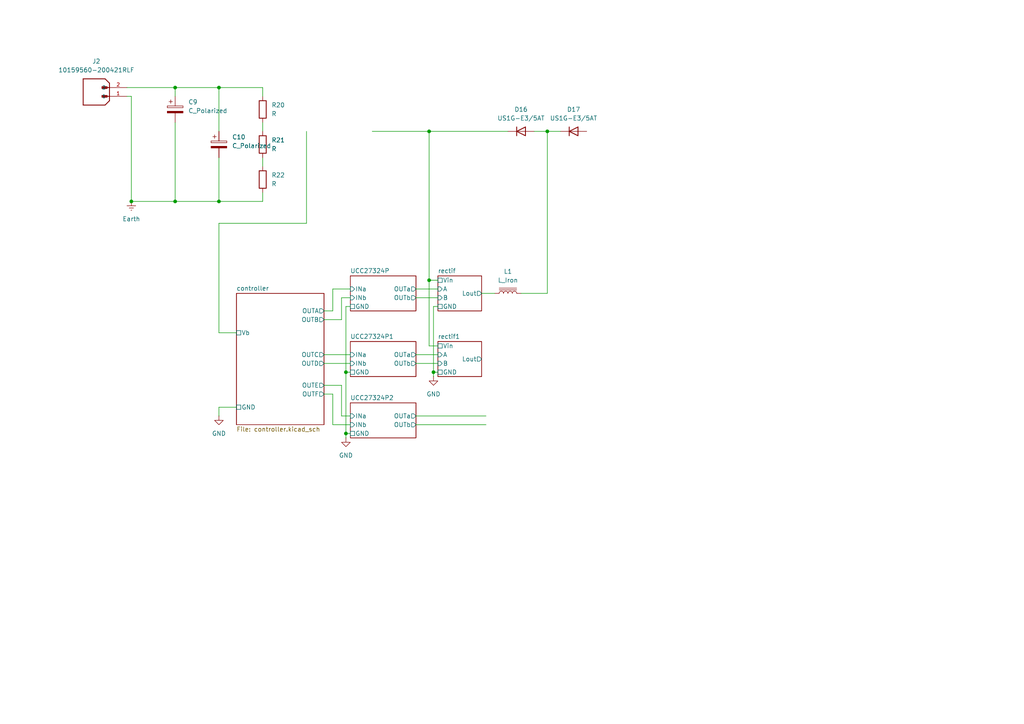
<source format=kicad_sch>
(kicad_sch (version 20231120) (generator "eeschema") (generator_version "8.0")
  (paper "A4")
  (lib_symbols
    (symbol "10159560-200421RLF:10159560-200421RLF" (pin_names (offset 1.016))
      (property "Reference" "J" (at 0 5.842 0))
      (property "Value" "10159560-200421RLF" (at 0 -5.08 0))
      (symbol "10159560-200421RLF_0_0"
        (polyline (pts (xy 0 -1.27) (xy 1.27 -2.54)) (stroke (width 0.254)))
        (polyline (pts (xy 0 0) (xy 1.905 0)) (stroke (width 0.254)))
        (polyline (pts (xy 0 2.54) (xy 1.905 2.54)) (stroke (width 0.254)))
        (polyline (pts (xy 0 3.81) (xy 0 -1.27)) (stroke (width 0.254)))
        (polyline (pts (xy 0 3.81) (xy 1.27 5.08)) (stroke (width 0.254)))
        (polyline (pts (xy 1.27 -2.54) (xy 7.62 -2.54)) (stroke (width 0.254)))
        (polyline (pts (xy 7.62 -2.54) (xy 7.62 5.08)) (stroke (width 0.254)))
        (polyline (pts (xy 7.62 5.08) (xy 1.27 5.08)) (stroke (width 0.254)))
        (rectangle (start 0.635 -0.3175) (end 2.2225 0.3175) (stroke (width 0.1)) (fill (type outline)))
        (rectangle (start 0.635 2.2225) (end 2.2225 2.8575) (stroke (width 0.1)) (fill (type outline)))
        (pin power_in line (at -5.08 2.54 0) (length 5.08) (name "1") (number "1"))
        (pin power_in line (at -5.08 0 0) (length 5.08) (name "2") (number "2"))
      )
    )
    (symbol "Device:C_Polarized" (pin_numbers hide) (pin_names (offset 0.254))
      (property "Reference" "C" (at 0.635 2.54 0))
      (property "Value" "C_Polarized" (at 0.635 -2.54 0))
      (symbol "C_Polarized_0_1"
        (rectangle (start -2.286 0.508) (end 2.286 1.016))
        (polyline (pts (xy -1.778 2.286) (xy -0.762 2.286)))
        (polyline (pts (xy -1.27 2.794) (xy -1.27 1.778)))
        (rectangle (start 2.286 -0.508) (end -2.286 -1.016) (fill (type outline)))
      )
      (symbol "C_Polarized_1_1"
        (pin passive line (at 0 3.81 270) (length 2.794) (name "~") (number "1"))
        (pin passive line (at 0 -3.81 90) (length 2.794) (name "~") (number "2"))
      )
    )
    (symbol "Device:D" (pin_numbers hide) (pin_names (offset 1.016) hide)
      (property "Reference" "D" (at 0 2.54 0))
      (property "Value" "D" (at 0 -2.54 0))
      (symbol "D_0_1"
        (polyline (pts (xy -1.27 1.27) (xy -1.27 -1.27)) (stroke (width 0.254)))
        (polyline (pts (xy 1.27 0) (xy -1.27 0)))
        (polyline (pts (xy 1.27 1.27) (xy 1.27 -1.27) (xy -1.27 0) (xy 1.27 1.27)) (stroke (width 0.254)))
      )
      (symbol "D_1_1"
        (pin passive line (at -3.81 0 0) (length 2.54) (name "K") (number "1"))
        (pin passive line (at 3.81 0 180) (length 2.54) (name "A") (number "2"))
      )
    )
    (symbol "Device:L_Iron" (pin_numbers hide) (pin_names (offset 1.016) hide)
      (property "Reference" "L" (at -1.27 0 90))
      (property "Value" "L_Iron" (at 2.794 0 90))
      (symbol "L_Iron_0_1"
        (arc (start 0 -2.54) (mid 0.6323 -1.905) (end 0 -1.27))
        (arc (start 0 -1.27) (mid 0.6323 -0.635) (end 0 0))
        (polyline (pts (xy 1.016 2.54) (xy 1.016 -2.54)))
        (polyline (pts (xy 1.524 -2.54) (xy 1.524 2.54)))
        (arc (start 0 0) (mid 0.6323 0.635) (end 0 1.27))
        (arc (start 0 1.27) (mid 0.6323 1.905) (end 0 2.54))
      )
      (symbol "L_Iron_1_1"
        (pin passive line (at 0 3.81 270) (length 1.27) (name "1") (number "1"))
        (pin passive line (at 0 -3.81 90) (length 1.27) (name "2") (number "2"))
      )
    )
    (symbol "Device:R" (pin_numbers hide) (pin_names (offset 0))
      (property "Reference" "R" (at 2.032 0 90))
      (property "Value" "R" (at 0 0 90))
      (symbol "R_0_1"
        (rectangle (start -1.016 -2.54) (end 1.016 2.54) (stroke (width 0.254)))
      )
      (symbol "R_1_1"
        (pin passive line (at 0 3.81 270) (length 1.27) (name "~") (number "1"))
        (pin passive line (at 0 -3.81 90) (length 1.27) (name "~") (number "2"))
      )
    )
    (symbol "power:Earth" (power) (pin_numbers hide) (pin_names (offset 0) hide)
      (property "Value" "Earth" (at 0 -3.81 0))
      (symbol "Earth_0_1"
        (polyline (pts (xy -0.635 -1.905) (xy 0.635 -1.905)))
        (polyline (pts (xy -0.127 -2.54) (xy 0.127 -2.54)))
        (polyline (pts (xy 0 -1.27) (xy 0 0)))
        (polyline (pts (xy 1.27 -1.27) (xy -1.27 -1.27)))
      )
      (symbol "Earth_1_1"
        (pin power_in line (at 0 0 270) (length 0) (name "~") (number "1"))
      )
    )
    (symbol "power:GND" (power) (pin_numbers hide) (pin_names (offset 0) hide)
      (property "Value" "GND" (at 0 -3.81 0))
      (symbol "GND_0_1"
        (polyline (pts (xy 0 0) (xy 0 -1.27) (xy 1.27 -1.27) (xy 0 -2.54) (xy -1.27 -1.27) (xy 0 -1.27)))
      )
      (symbol "GND_1_1"
        (pin power_in line (at 0 0 270) (length 0) (name "~") (number "1"))
      )
    )
  )
  (junction (at 125.73 107.95))
  (junction (at 63.5 58.42))
  (junction (at 100.33 125.73))
  (junction (at 158.75 38.1))
  (junction (at 38.1 58.42))
  (junction (at 50.8 58.42))
  (junction (at 50.8 25.4))
  (junction (at 63.5 25.4))
  (junction (at 124.46 38.1))
  (junction (at 124.46 81.28))
  (junction (at 100.33 107.95))
  (wire (pts (xy 100.33 107.95) (xy 101.6 107.95)))
  (wire (pts (xy 96.52 83.82) (xy 101.6 83.82)))
  (wire (pts (xy 63.5 45.72) (xy 63.5 58.42)))
  (wire (pts (xy 158.75 85.09) (xy 151.13 85.09)))
  (wire (pts (xy 127 81.28) (xy 124.46 81.28)))
  (wire (pts (xy 99.06 111.76) (xy 93.98 111.76)))
  (wire (pts (xy 100.33 88.9) (xy 100.33 107.95)))
  (wire (pts (xy 76.2 58.42) (xy 76.2 55.88)))
  (wire (pts (xy 124.46 38.1) (xy 147.32 38.1)))
  (wire (pts (xy 50.8 25.4) (xy 63.5 25.4)))
  (wire (pts (xy 99.06 86.36) (xy 101.6 86.36)))
  (wire (pts (xy 63.5 58.42) (xy 76.2 58.42)))
  (wire (pts (xy 63.5 120.65) (xy 63.5 118.11)))
  (wire (pts (xy 38.1 27.94) (xy 36.83 27.94)))
  (wire (pts (xy 96.52 114.3) (xy 96.52 123.19)))
  (wire (pts (xy 36.83 25.4) (xy 50.8 25.4)))
  (wire (pts (xy 99.06 92.71) (xy 93.98 92.71)))
  (wire (pts (xy 124.46 38.1) (xy 124.46 81.28)))
  (wire (pts (xy 139.7 85.09) (xy 143.51 85.09)))
  (wire (pts (xy 124.46 100.33) (xy 124.46 81.28)))
  (wire (pts (xy 99.06 86.36) (xy 99.06 92.71)))
  (wire (pts (xy 127 88.9) (xy 125.73 88.9)))
  (wire (pts (xy 93.98 114.3) (xy 96.52 114.3)))
  (wire (pts (xy 38.1 58.42) (xy 50.8 58.42)))
  (wire (pts (xy 120.65 120.65) (xy 140.97 120.65)))
  (wire (pts (xy 99.06 120.65) (xy 99.06 111.76)))
  (wire (pts (xy 101.6 88.9) (xy 100.33 88.9)))
  (wire (pts (xy 50.8 25.4) (xy 50.8 27.94)))
  (wire (pts (xy 50.8 58.42) (xy 63.5 58.42)))
  (wire (pts (xy 154.94 38.1) (xy 158.75 38.1)))
  (wire (pts (xy 38.1 27.94) (xy 38.1 58.42)))
  (wire (pts (xy 76.2 27.94) (xy 76.2 25.4)))
  (wire (pts (xy 120.65 83.82) (xy 127 83.82)))
  (wire (pts (xy 96.52 83.82) (xy 96.52 90.17)))
  (wire (pts (xy 100.33 107.95) (xy 100.33 125.73)))
  (wire (pts (xy 68.58 96.52) (xy 63.5 96.52)))
  (wire (pts (xy 125.73 107.95) (xy 125.73 109.22)))
  (wire (pts (xy 76.2 35.56) (xy 76.2 38.1)))
  (wire (pts (xy 158.75 38.1) (xy 162.56 38.1)))
  (wire (pts (xy 127 100.33) (xy 124.46 100.33)))
  (wire (pts (xy 101.6 120.65) (xy 99.06 120.65)))
  (wire (pts (xy 96.52 123.19) (xy 101.6 123.19)))
  (wire (pts (xy 120.65 105.41) (xy 127 105.41)))
  (wire (pts (xy 120.65 86.36) (xy 127 86.36)))
  (wire (pts (xy 107.95 38.1) (xy 124.46 38.1)))
  (wire (pts (xy 120.65 102.87) (xy 127 102.87)))
  (wire (pts (xy 158.75 38.1) (xy 158.75 85.09)))
  (wire (pts (xy 100.33 125.73) (xy 101.6 125.73)))
  (wire (pts (xy 125.73 88.9) (xy 125.73 107.95)))
  (wire (pts (xy 93.98 105.41) (xy 101.6 105.41)))
  (wire (pts (xy 63.5 118.11) (xy 68.58 118.11)))
  (wire (pts (xy 96.52 90.17) (xy 93.98 90.17)))
  (wire (pts (xy 63.5 25.4) (xy 63.5 38.1)))
  (wire (pts (xy 120.65 123.19) (xy 140.97 123.19)))
  (wire (pts (xy 88.9 38.1) (xy 88.9 64.77)))
  (wire (pts (xy 76.2 25.4) (xy 63.5 25.4)))
  (wire (pts (xy 93.98 102.87) (xy 101.6 102.87)))
  (wire (pts (xy 50.8 35.56) (xy 50.8 58.42)))
  (wire (pts (xy 125.73 107.95) (xy 127 107.95)))
  (wire (pts (xy 76.2 45.72) (xy 76.2 48.26)))
  (wire (pts (xy 63.5 96.52) (xy 63.5 64.77)))
  (wire (pts (xy 63.5 64.77) (xy 88.9 64.77)))
  (wire (pts (xy 100.33 125.73) (xy 100.33 127)))
  (symbol (lib_id "Device:R") (at 76.2 52.07 0) (unit 1)
    (property "Reference" "R22" (at 78.74 50.7999 0) (effects (justify left)))
    (property "Value" "R" (at 78.74 53.3399 0) (effects (justify left)))
    (property "Footprint" "Resistor_SMD:R_0805_2012Metric_Pad1.20x1.40mm_HandSolder" (effects (hide yes)))
    (property "Description" "Resistor" (effects (hide yes)))
  )
  (symbol (lib_id "Device:L_Iron") (at 147.32 85.09 90) (unit 1)
    (property "Reference" "L1" (at 147.32 78.74 90))
    (property "Value" "L_Iron" (at 147.32 81.28 90))
    (property "Description" "Inductor with iron core" (effects (hide yes)))
  )
  (symbol (lib_id "Device:R") (at 76.2 41.91 0) (unit 1)
    (property "Reference" "R21" (at 78.74 40.6399 0) (effects (justify left)))
    (property "Value" "R" (at 78.74 43.1799 0) (effects (justify left)))
    (property "Footprint" "Resistor_SMD:R_0805_2012Metric_Pad1.20x1.40mm_HandSolder" (effects (hide yes)))
    (property "Description" "Resistor" (effects (hide yes)))
  )
  (symbol (lib_id "Device:D") (at 151.13 38.1 0) (unit 1)
    (property "Reference" "D16" (at 151.13 31.75 0))
    (property "Value" "US1G-E3/5AT" (at 151.13 34.29 0))
    (property "Footprint" "Diode_SMD:D_DO214AC" (effects (hide yes)))
    (property "Description" "Diode 400 V 1A Surface Mount DO-214AC (SMA)" (effects (hide yes)))
    (property "Sim.Device" "D" (effects (hide yes)))
    (property "Sim.Pins" "1=K 2=A" (effects (hide yes)))
  )
  (symbol (lib_id "power:GND") (at 125.73 109.22 0) (unit 1)
    (property "Reference" "#PWR04" (effects (hide yes)))
    (property "Value" "GND" (at 125.73 114.3 0))
    (property "Description" "Power symbol creates a global label with name \"GND\" , ground" (effects (hide yes)))
  )
  (symbol (lib_id "10159560-200421RLF:10159560-200421RLF") (at 31.75 25.4 180) (unit 1)
    (property "Reference" "J2" (at 27.94 17.78 0))
    (property "Value" "10159560-200421RLF" (at 27.94 20.32 0))
    (property "Footprint" "Connector:AMPHENOL_10159560-200421RLF" (effects (hide yes)))
    (property "PARTREV" "D" (effects (hide yes)))
    (property "STANDARD" "Manufacturer Recommendations" (effects (hide yes)))
    (property "MAXIMUM_PACKAGE_HEIGHT" "7.7mm" (effects (hide yes)))
    (property "MANUFACTURER" "Amphenol" (effects (hide yes)))
  )
  (symbol (lib_id "Device:C_Polarized") (at 63.5 41.91 0) (unit 1)
    (property "Reference" "C10" (at 67.31 39.7509 0) (effects (justify left)))
    (property "Value" "C_Polarized" (at 67.31 42.2909 0) (effects (justify left)))
    (property "Footprint" "Capacitor_THT:Radial-Can-THT" (effects (hide yes)))
    (property "Description" "Polarized capacitor" (effects (hide yes)))
  )
  (symbol (lib_id "power:Earth") (at 38.1 58.42 0) (unit 1)
    (property "Reference" "#PWR01" (effects (hide yes)))
    (property "Value" "Earth" (at 38.1 63.5 0))
    (property "Description" "Power symbol creates a global label with name \"Earth\"" (effects (hide yes)))
  )
  (symbol (lib_id "Device:C_Polarized") (at 50.8 31.75 0) (unit 1)
    (property "Reference" "C9" (at 54.61 29.5909 0) (effects (justify left)))
    (property "Value" "C_Polarized" (at 54.61 32.1309 0) (effects (justify left)))
    (property "Footprint" "Capacitor_THT:Radial-Can-THT" (effects (hide yes)))
    (property "Description" "Polarized capacitor" (effects (hide yes)))
  )
  (symbol (lib_id "Device:R") (at 76.2 31.75 0) (unit 1)
    (property "Reference" "R20" (at 78.74 30.4799 0) (effects (justify left)))
    (property "Value" "R" (at 78.74 33.0199 0) (effects (justify left)))
    (property "Footprint" "Resistor_SMD:R_0805_2012Metric_Pad1.20x1.40mm_HandSolder" (effects (hide yes)))
    (property "Description" "Resistor" (effects (hide yes)))
  )
  (symbol (lib_id "Device:D") (at 166.37 38.1 0) (unit 1)
    (property "Reference" "D17" (at 166.37 31.75 0))
    (property "Value" "US1G-E3/5AT" (at 166.37 34.29 0))
    (property "Footprint" "Diode_SMD:D_DO214AC" (effects (hide yes)))
    (property "Description" "Diode 400 V 1A Surface Mount DO-214AC (SMA)" (effects (hide yes)))
    (property "Sim.Device" "D" (effects (hide yes)))
    (property "Sim.Pins" "1=K 2=A" (effects (hide yes)))
  )
  (symbol (lib_id "power:GND") (at 63.5 120.65 0) (unit 1)
    (property "Reference" "#PWR02" (effects (hide yes)))
    (property "Value" "GND" (at 63.5 125.73 0))
    (property "Description" "Power symbol creates a global label with name \"GND\" , ground" (effects (hide yes)))
  )
  (symbol (lib_id "power:GND") (at 100.33 127 0) (unit 1)
    (property "Reference" "#PWR03" (effects (hide yes)))
    (property "Value" "GND" (at 100.33 132.08 0))
    (property "Description" "Power symbol creates a global label with name \"GND\" , ground" (effects (hide yes)))
  )
  (sheet (at 68.58 85.09) (size 25.4 38.1) (stroke (width 0.1524))
    (property "Sheetname" "controller" (at 68.58 84.3784 0) (effects (justify left bottom)))
    (property "Sheetfile" "controller.kicad_sch" (at 68.58 123.7746 0) (effects (justify left top)))
    (pin "OUTE" output (at 93.98 111.76 0))
    (pin "OUTD" output (at 93.98 105.41 0))
    (pin "OUTF" output (at 93.98 114.3 0))
    (pin "OUTA" output (at 93.98 90.17 0))
    (pin "OUTB" output (at 93.98 92.71 0))
    (pin "OUTC" output (at 93.98 102.87 0))
    (pin "GND" passive (at 68.58 118.11 180))
    (pin "Vb" passive (at 68.58 96.52 180))
  )
  (sheet (at 101.6 99.06) (size 19.05 10.16) (stroke (width 0.1524))
    (property "Sheetname" "UCC27324P1" (at 101.6 98.3484 0) (effects (justify left bottom)))
    (property "Sheetfile" "UCC27324P.kicad_sch" (effects (hide yes)))
    (pin "OUTa" output (at 120.65 102.87 0))
    (pin "OUTb" output (at 120.65 105.41 0))
    (pin "GND" passive (at 101.6 107.95 180))
    (pin "INb" input (at 101.6 105.41 180))
    (pin "INa" input (at 101.6 102.87 180))
  )
  (sheet (at 127 80.01) (size 12.7 10.16) (stroke (width 0.1524))
    (property "Sheetname" "rectif" (at 127 79.2984 0) (effects (justify left bottom)))
    (property "Sheetfile" "rectifi.kicad_sch" (effects (hide yes)))
    (pin "A" input (at 127 83.82 180))
    (pin "B" input (at 127 86.36 180))
    (pin "Lout" output (at 139.7 85.09 0))
    (pin "GND" passive (at 127 88.9 180))
    (pin "Vin" passive (at 127 81.28 180))
  )
  (sheet (at 101.6 80.01) (size 19.05 10.16) (stroke (width 0.1524))
    (property "Sheetname" "UCC27324P" (at 101.6 79.2984 0) (effects (justify left bottom)))
    (property "Sheetfile" "UCC27324P.kicad_sch" (effects (hide yes)))
    (pin "OUTa" output (at 120.65 83.82 0))
    (pin "OUTb" output (at 120.65 86.36 0))
    (pin "GND" passive (at 101.6 88.9 180))
    (pin "INb" input (at 101.6 86.36 180))
    (pin "INa" input (at 101.6 83.82 180))
  )
  (sheet (at 127 99.06) (size 12.7 10.16) (stroke (width 0.1524))
    (property "Sheetname" "rectif1" (at 127 98.3484 0) (effects (justify left bottom)))
    (property "Sheetfile" "rectifi.kicad_sch" (effects (hide yes)))
    (pin "A" input (at 127 102.87 180))
    (pin "B" input (at 127 105.41 180))
    (pin "Lout" output (at 139.7 104.14 0))
    (pin "GND" passive (at 127 107.95 180))
    (pin "Vin" passive (at 127 100.33 180))
  )
  (sheet (at 101.6 116.84) (size 19.05 10.16) (stroke (width 0.1524))
    (property "Sheetname" "UCC27324P2" (at 101.6 116.1284 0) (effects (justify left bottom)))
    (property "Sheetfile" "UCC27324P.kicad_sch" (effects (hide yes)))
    (pin "OUTa" output (at 120.65 120.65 0))
    (pin "OUTb" output (at 120.65 123.19 0))
    (pin "GND" passive (at 101.6 125.73 180))
    (pin "INb" input (at 101.6 123.19 180))
    (pin "INa" input (at 101.6 120.65 180))
  )
)
</source>
